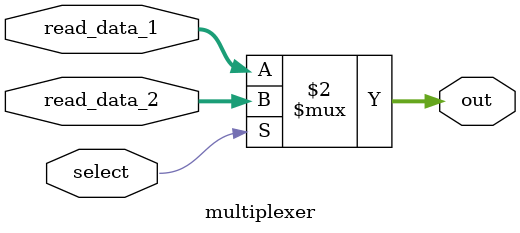
<source format=sv>
module multiplexer (
	input logic [31:0] 	read_data_1,
	input logic [31:0] 	read_data_2,
	input logic				select,
	output logic [31:0]	out);
	
	always_comb begin
		out = (select) ? read_data_2 : read_data_1;
	end

endmodule
</source>
